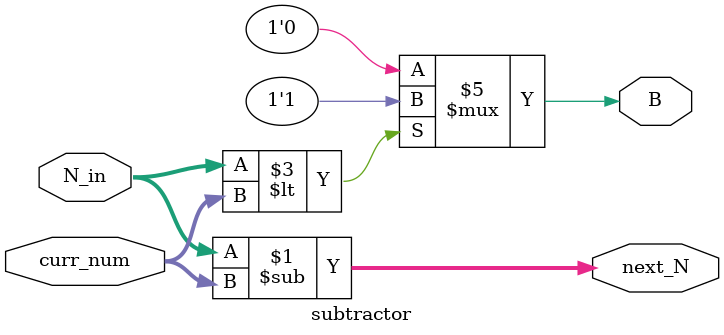
<source format=v>
module subtractor(
    input [7:0] N_in,
    input [4:0] curr_num,
    output [7:0] next_N,
    output reg B
);

assign next_N = N_in - curr_num;

always @(*) begin
    if (N_in < curr_num) begin
        B = 1;
    end else begin
        B = 0;
    end
end

endmodule
</source>
